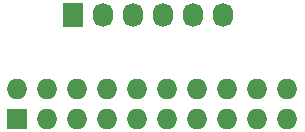
<source format=gbr>
G04 #@! TF.GenerationSoftware,KiCad,Pcbnew,(2017-10-24 revision cffe1b51e)-master*
G04 #@! TF.CreationDate,2017-11-01T11:13:37-07:00*
G04 #@! TF.ProjectId,jtag-swd,6A7461672D7377642E6B696361645F70,rev?*
G04 #@! TF.SameCoordinates,Original*
G04 #@! TF.FileFunction,Copper,L2,Bot,Signal*
G04 #@! TF.FilePolarity,Positive*
%FSLAX46Y46*%
G04 Gerber Fmt 4.6, Leading zero omitted, Abs format (unit mm)*
G04 Created by KiCad (PCBNEW (2017-10-24 revision cffe1b51e)-master) date Wednesday, November 01, 2017 'AMt' 11:13:37 AM*
%MOMM*%
%LPD*%
G01*
G04 APERTURE LIST*
%ADD10R,1.727200X1.727200*%
%ADD11O,1.727200X1.727200*%
%ADD12R,1.727200X2.032000*%
%ADD13O,1.727200X2.032000*%
%ADD14C,0.381000*%
G04 APERTURE END LIST*
D10*
X31115000Y-44450000D03*
D11*
X31115000Y-41910000D03*
X33655000Y-44450000D03*
X33655000Y-41910000D03*
X36195000Y-44450000D03*
X36195000Y-41910000D03*
X38735000Y-44450000D03*
X38735000Y-41910000D03*
X41275000Y-44450000D03*
X41275000Y-41910000D03*
X43815000Y-44450000D03*
X43815000Y-41910000D03*
X46355000Y-44450000D03*
X46355000Y-41910000D03*
X48895000Y-44450000D03*
X48895000Y-41910000D03*
X51435000Y-44450000D03*
X51435000Y-41910000D03*
X53975000Y-44450000D03*
X53975000Y-41910000D03*
D12*
X35814000Y-35687000D03*
D13*
X38354000Y-35687000D03*
X40894000Y-35687000D03*
X43434000Y-35687000D03*
X45974000Y-35687000D03*
X48514000Y-35687000D03*
D14*
X38354000Y-35687000D02*
X38354000Y-35839400D01*
M02*

</source>
